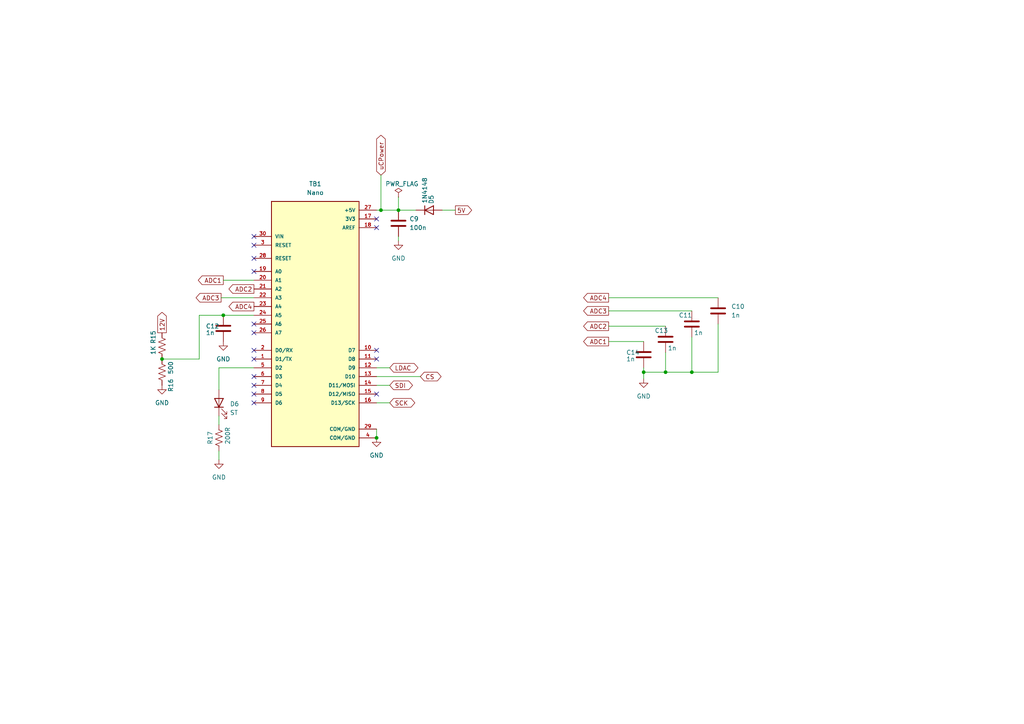
<source format=kicad_sch>
(kicad_sch (version 20211123) (generator eeschema)
  (paper "A4")
  (lib_symbols
    (symbol "Device:C" (pin_numbers hide) (pin_names (offset 0.254))
      (property "Reference" "C" (at 0.635 2.54 0))
      (property "Value" "C" (at 0.635 -2.54 0))
      (symbol "C_0_1"
        (polyline (pts (xy -2.032 -0.762) (xy 2.032 -0.762)) (stroke (width 0.508)))
        (polyline (pts (xy -2.032 0.762) (xy 2.032 0.762)) (stroke (width 0.508)))
      )
      (symbol "C_1_1"
        (pin passive line (at 0 3.81 270) (length 2.794) (name "~") (number "1"))
        (pin passive line (at 0 -3.81 90) (length 2.794) (name "~") (number "2"))
      )
    )
    (symbol "Device:LED" (pin_numbers hide) (pin_names (offset 1.016) hide)
      (property "Reference" "D" (at 0 2.54 0))
      (property "Value" "LED" (at 0 -2.54 0))
      (symbol "LED_0_1"
        (polyline (pts (xy -1.27 -1.27) (xy -1.27 1.27)) (stroke (width 0.254)))
        (polyline (pts (xy -1.27 0) (xy 1.27 0)))
        (polyline (pts (xy 1.27 -1.27) (xy 1.27 1.27) (xy -1.27 0) (xy 1.27 -1.27)) (stroke (width 0.254)))
        (polyline (pts (xy -3.048 -0.762) (xy -4.572 -2.286) (xy -3.81 -2.286) (xy -4.572 -2.286) (xy -4.572 -1.524)))
        (polyline (pts (xy -1.778 -0.762) (xy -3.302 -2.286) (xy -2.54 -2.286) (xy -3.302 -2.286) (xy -3.302 -1.524)))
      )
      (symbol "LED_1_1"
        (pin passive line (at -3.81 0 0) (length 2.54) (name "K") (number "1"))
        (pin passive line (at 3.81 0 180) (length 2.54) (name "A") (number "2"))
      )
    )
    (symbol "Device:R_US" (pin_numbers hide) (pin_names (offset 0))
      (property "Reference" "R" (at 2.54 0 90))
      (property "Value" "R_US" (at -2.54 0 90))
      (symbol "R_US_0_1"
        (polyline (pts (xy 0 -2.286) (xy 0 -2.54)))
        (polyline (pts (xy 0 2.286) (xy 0 2.54)))
        (polyline (pts (xy 0 -0.762) (xy 1.016 -1.143) (xy 0 -1.524) (xy -1.016 -1.905) (xy 0 -2.286)))
        (polyline (pts (xy 0 0.762) (xy 1.016 0.381) (xy 0 0) (xy -1.016 -0.381) (xy 0 -0.762)))
        (polyline (pts (xy 0 2.286) (xy 1.016 1.905) (xy 0 1.524) (xy -1.016 1.143) (xy 0 0.762)))
      )
      (symbol "R_US_1_1"
        (pin passive line (at 0 3.81 270) (length 1.27) (name "~") (number "1"))
        (pin passive line (at 0 -3.81 90) (length 1.27) (name "~") (number "2"))
      )
    )
    (symbol "Diode:LL4148" (pin_numbers hide) (pin_names (offset 1.016) hide)
      (property "Reference" "D" (at 0 2.54 0))
      (property "Value" "LL4148" (at 0 -2.54 0))
      (symbol "LL4148_0_1"
        (polyline (pts (xy -1.27 1.27) (xy -1.27 -1.27)) (stroke (width 0.254)))
        (polyline (pts (xy 1.27 0) (xy -1.27 0)))
        (polyline (pts (xy 1.27 1.27) (xy 1.27 -1.27) (xy -1.27 0) (xy 1.27 1.27)) (stroke (width 0.254)))
      )
      (symbol "LL4148_1_1"
        (pin passive line (at -3.81 0 0) (length 2.54) (name "K") (number "1"))
        (pin passive line (at 3.81 0 180) (length 2.54) (name "A") (number "2"))
      )
    )
    (symbol "Microcontrollers:ARDUINO_NANO" (pin_names (offset 1.016))
      (property "Reference" "TB" (at -12.7 35.56 0))
      (property "Value" "ARDUINO_NANO" (at -12.7 -38.1 0))
      (symbol "ARDUINO_NANO_0_0"
        (rectangle (start -12.7 -35.56) (end 12.7 35.56) (stroke (width 0.254)) (fill (type background)))
        (pin bidirectional line (at -17.78 -10.16 0) (length 5.08) (name "D1/TX") (number "1"))
        (pin bidirectional line (at 17.78 -7.62 180) (length 5.08) (name "D7") (number "10"))
        (pin bidirectional line (at 17.78 -10.16 180) (length 5.08) (name "D8") (number "11"))
        (pin bidirectional line (at 17.78 -12.7 180) (length 5.08) (name "D9") (number "12"))
        (pin bidirectional line (at 17.78 -15.24 180) (length 5.08) (name "D10") (number "13"))
        (pin bidirectional line (at 17.78 -17.78 180) (length 5.08) (name "D11/MOSI") (number "14"))
        (pin bidirectional line (at 17.78 -20.32 180) (length 5.08) (name "D12/MISO") (number "15"))
        (pin bidirectional line (at 17.78 -22.86 180) (length 5.08) (name "D13/SCK") (number "16"))
        (pin power_in line (at 17.78 30.48 180) (length 5.08) (name "3V3") (number "17"))
        (pin power_in line (at 17.78 27.94 180) (length 5.08) (name "AREF") (number "18"))
        (pin input line (at -17.78 15.24 0) (length 5.08) (name "A0") (number "19"))
        (pin bidirectional line (at -17.78 -7.62 0) (length 5.08) (name "D0/RX") (number "2"))
        (pin input line (at -17.78 12.7 0) (length 5.08) (name "A1") (number "20"))
        (pin input line (at -17.78 10.16 0) (length 5.08) (name "A2") (number "21"))
        (pin input line (at -17.78 7.62 0) (length 5.08) (name "A3") (number "22"))
        (pin input line (at -17.78 5.08 0) (length 5.08) (name "A4") (number "23"))
        (pin input line (at -17.78 2.54 0) (length 5.08) (name "A5") (number "24"))
        (pin input line (at -17.78 0 0) (length 5.08) (name "A6") (number "25"))
        (pin input line (at -17.78 -2.54 0) (length 5.08) (name "A7") (number "26"))
        (pin power_in line (at 17.78 33.02 180) (length 5.08) (name "+5V") (number "27"))
        (pin input line (at -17.78 19.05 0) (length 5.08) (name "RESET") (number "28"))
        (pin power_in line (at 17.78 -30.48 180) (length 5.08) (name "COM/GND") (number "29"))
        (pin input line (at -17.78 22.86 0) (length 5.08) (name "RESET") (number "3"))
        (pin input line (at -17.78 25.4 0) (length 5.08) (name "VIN") (number "30"))
        (pin power_in line (at 17.78 -33.02 180) (length 5.08) (name "COM/GND") (number "4"))
        (pin bidirectional line (at -17.78 -12.7 0) (length 5.08) (name "D2") (number "5"))
        (pin bidirectional line (at -17.78 -15.24 0) (length 5.08) (name "D3") (number "6"))
        (pin bidirectional line (at -17.78 -17.78 0) (length 5.08) (name "D4") (number "7"))
        (pin bidirectional line (at -17.78 -20.32 0) (length 5.08) (name "D5") (number "8"))
        (pin bidirectional line (at -17.78 -22.86 0) (length 5.08) (name "D6") (number "9"))
      )
    )
    (symbol "power:GND" (power) (pin_names (offset 0))
      (property "Value" "GND" (at 0 -3.81 0))
      (symbol "GND_0_1"
        (polyline (pts (xy 0 0) (xy 0 -1.27) (xy 1.27 -1.27) (xy 0 -2.54) (xy -1.27 -1.27) (xy 0 -1.27)))
      )
      (symbol "GND_1_1"
        (pin power_in line (at 0 0 270) (length 0) hide (name "GND") (number "1"))
      )
    )
    (symbol "power:PWR_FLAG" (power) (pin_numbers hide) (pin_names (offset 0) hide)
      (property "Value" "PWR_FLAG" (at 0 3.81 0))
      (symbol "PWR_FLAG_0_0"
        (pin power_out line (at 0 0 90) (length 0) (name "pwr") (number "1"))
      )
      (symbol "PWR_FLAG_0_1"
        (polyline (pts (xy 0 0) (xy 0 1.27) (xy -1.016 1.905) (xy 0 2.54) (xy 1.016 1.905) (xy 0 1.27)))
      )
    )
  )
  (junction (at 200.66 107.95))
  (junction (at 186.69 107.95))
  (junction (at 110.49 60.96))
  (junction (at 115.57 60.96))
  (junction (at 64.77 91.44))
  (junction (at 193.04 107.95))
  (junction (at 109.22 127))
  (junction (at 46.99 104.14))
  (no_connect (at 73.66 93.98))
  (no_connect (at 73.66 96.52))
  (no_connect (at 73.66 114.3))
  (no_connect (at 109.22 101.6))
  (no_connect (at 109.22 63.5))
  (no_connect (at 73.66 109.22))
  (no_connect (at 73.66 116.84))
  (no_connect (at 73.66 71.12))
  (no_connect (at 73.66 111.76))
  (no_connect (at 73.66 104.14))
  (no_connect (at 73.66 74.93))
  (no_connect (at 109.22 114.3))
  (no_connect (at 73.66 68.58))
  (no_connect (at 109.22 66.04))
  (no_connect (at 73.66 101.6))
  (no_connect (at 73.66 78.74))
  (no_connect (at 109.22 104.14))
  (wire (pts (xy 109.22 124.46) (xy 109.22 127)))
  (wire (pts (xy 63.5 130.81) (xy 63.5 133.35)))
  (wire (pts (xy 186.69 107.95) (xy 186.69 109.855)))
  (wire (pts (xy 73.66 91.44) (xy 64.77 91.44)))
  (wire (pts (xy 64.77 81.28) (xy 73.66 81.28)))
  (wire (pts (xy 57.785 91.44) (xy 57.785 104.14)))
  (wire (pts (xy 115.57 60.96) (xy 120.65 60.96)))
  (wire (pts (xy 176.53 99.06) (xy 186.69 99.06)))
  (wire (pts (xy 63.5 120.65) (xy 63.5 123.19)))
  (wire (pts (xy 176.53 94.615) (xy 193.04 94.615)))
  (wire (pts (xy 110.49 60.96) (xy 115.57 60.96)))
  (wire (pts (xy 186.69 107.95) (xy 193.04 107.95)))
  (wire (pts (xy 46.99 104.14) (xy 57.785 104.14)))
  (wire (pts (xy 186.69 106.68) (xy 186.69 107.95)))
  (wire (pts (xy 200.66 107.95) (xy 208.28 107.95)))
  (wire (pts (xy 193.04 102.235) (xy 193.04 107.95)))
  (wire (pts (xy 64.135 86.36) (xy 73.66 86.36)))
  (wire (pts (xy 121.92 109.22) (xy 109.22 109.22)))
  (wire (pts (xy 176.53 86.36) (xy 208.28 86.36)))
  (wire (pts (xy 115.57 68.58) (xy 115.57 69.85)))
  (wire (pts (xy 115.57 57.15) (xy 115.57 60.96)))
  (wire (pts (xy 113.03 116.84) (xy 109.22 116.84)))
  (wire (pts (xy 208.28 93.98) (xy 208.28 107.95)))
  (wire (pts (xy 110.49 50.8) (xy 110.49 60.96)))
  (wire (pts (xy 73.66 106.68) (xy 63.5 106.68)))
  (wire (pts (xy 128.27 60.96) (xy 132.08 60.96)))
  (wire (pts (xy 176.53 90.17) (xy 200.66 90.17)))
  (wire (pts (xy 193.04 107.95) (xy 200.66 107.95)))
  (wire (pts (xy 63.5 106.68) (xy 63.5 113.03)))
  (wire (pts (xy 64.77 91.44) (xy 57.785 91.44)))
  (wire (pts (xy 113.03 106.68) (xy 109.22 106.68)))
  (wire (pts (xy 113.03 111.76) (xy 109.22 111.76)))
  (wire (pts (xy 200.66 97.79) (xy 200.66 107.95)))
  (wire (pts (xy 109.22 60.96) (xy 110.49 60.96)))
  (global_label "ADC3" (shape output) (at 64.135 86.36 180) (property "Intersheet References" "${INTERSHEET_REFS}" (effects hide)))
  (global_label "ADC1" (shape output) (at 64.77 81.28 180) (property "Intersheet References" "${INTERSHEET_REFS}" (effects hide)))
  (global_label "uCPower" (shape bidirectional) (at 110.49 50.8 90) (property "Intersheet References" "${INTERSHEET_REFS}" (effects hide)))
  (global_label "ADC4" (shape output) (at 176.53 86.36 180) (property "Intersheet References" "${INTERSHEET_REFS}" (effects hide)))
  (global_label "12V" (shape output) (at 46.99 96.52 90) (property "Intersheet References" "${INTERSHEET_REFS}" (effects hide)))
  (global_label "CS" (shape bidirectional) (at 121.92 109.22 0) (property "Intersheet References" "${INTERSHEET_REFS}" (effects hide)))
  (global_label "SDI" (shape bidirectional) (at 113.03 111.76 0) (property "Intersheet References" "${INTERSHEET_REFS}" (effects hide)))
  (global_label "ADC3" (shape output) (at 176.53 90.17 180) (property "Intersheet References" "${INTERSHEET_REFS}" (effects hide)))
  (global_label "ADC2" (shape output) (at 176.53 94.615 180) (property "Intersheet References" "${INTERSHEET_REFS}" (effects hide)))
  (global_label "5V" (shape output) (at 132.08 60.96 0) (property "Intersheet References" "${INTERSHEET_REFS}" (effects hide)))
  (global_label "SCK" (shape bidirectional) (at 113.03 116.84 0) (property "Intersheet References" "${INTERSHEET_REFS}" (effects hide)))
  (global_label "ADC1" (shape output) (at 176.53 99.06 180) (property "Intersheet References" "${INTERSHEET_REFS}" (effects hide)))
  (global_label "ADC2" (shape output) (at 73.66 83.82 180) (property "Intersheet References" "${INTERSHEET_REFS}" (effects hide)))
  (global_label "LDAC" (shape bidirectional) (at 113.03 106.68 0) (property "Intersheet References" "${INTERSHEET_REFS}" (effects hide)))
  (global_label "ADC4" (shape output) (at 73.66 88.9 180) (property "Intersheet References" "${INTERSHEET_REFS}" (effects hide)))
  (symbol (lib_id "power:GND") (at 115.57 69.85 0) (unit 1)
    (property "Reference" "#PWR024" (effects hide))
    (property "Value" "GND" (at 115.57 74.93 0))
  )
  (symbol (lib_id "power:GND") (at 63.5 133.35 0) (unit 1)
    (property "Reference" "#PWR029" (effects hide))
    (property "Value" "GND" (at 63.5 138.43 0))
  )
  (symbol (lib_id "Microcontrollers:ARDUINO_NANO") (at 91.44 93.98 0) (unit 1)
    (property "Reference" "TB1" (at 91.44 53.34 0))
    (property "Value" "Nano" (at 91.44 55.88 0))
    (property "Footprint" "Microcontrollers:SHIELD_ARDUINO_NANO" (effects hide))
    (property "STANDARD" "Manufacturer Recommendations" (effects hide))
    (property "MANUFACTURER" "ARDUINO" (effects hide))
  )
  (symbol (lib_id "power:GND") (at 46.99 111.76 0) (unit 1)
    (property "Reference" "#PWR027" (effects hide))
    (property "Value" "GND" (at 46.99 116.84 0))
  )
  (symbol (lib_id "Device:LED") (at 63.5 116.84 90) (unit 1)
    (property "Reference" "D6" (at 66.675 117.1574 90) (effects (justify right)))
    (property "Value" "ST" (at 66.675 119.6974 90) (effects (justify right)))
    (property "Footprint" "LED_THT:LED_D3.0mm" (effects hide))
  )
  (symbol (lib_id "Diode:LL4148") (at 124.46 60.96 0) (unit 1)
    (property "Reference" "D5" (at 125.095 56.515 90) (effects (justify right)))
    (property "Value" "1N4148" (at 123.19 51.435 90) (effects (justify right)))
    (property "Footprint" "Diode_SMD:D_MiniMELF" (effects hide))
    (property "Datasheet" "http://www.vishay.com/docs/85557/ll4148.pdf" (effects hide))
  )
  (symbol (lib_id "power:PWR_FLAG") (at 115.57 57.15 0) (unit 1)
    (property "Reference" "#FLG05" (effects hide))
    (property "Value" "PWR_FLAG" (at 111.76 53.34 0) (effects (justify left)))
  )
  (symbol (lib_id "Device:C") (at 193.04 98.425 0) (unit 1)
    (property "Reference" "C13" (at 189.865 95.885 0) (effects (justify left)))
    (property "Value" "1n" (at 193.675 100.965 0) (effects (justify left)))
    (property "Footprint" "Capacitor_SMD:C_1206_3216Metric" (effects hide))
  )
  (symbol (lib_id "power:GND") (at 109.22 127 0) (unit 1)
    (property "Reference" "#PWR028" (effects hide))
    (property "Value" "GND" (at 109.22 132.08 0))
  )
  (symbol (lib_id "Device:R_US") (at 63.5 127 180) (unit 1)
    (property "Reference" "R17" (at 60.96 127 90))
    (property "Value" "200R" (at 66.04 126.365 90))
    (property "Footprint" "Resistor_SMD:R_1206_3216Metric" (effects hide))
  )
  (symbol (lib_id "Device:C") (at 208.28 90.17 0) (unit 1)
    (property "Reference" "C10" (at 212.09 88.8999 0) (effects (justify left)))
    (property "Value" "1n" (at 212.09 91.4399 0) (effects (justify left)))
    (property "Footprint" "Capacitor_SMD:C_1206_3216Metric" (effects hide))
  )
  (symbol (lib_id "Device:C") (at 200.66 93.98 0) (unit 1)
    (property "Reference" "C11" (at 196.85 91.44 0) (effects (justify left)))
    (property "Value" "1n" (at 201.295 96.52 0) (effects (justify left)))
    (property "Footprint" "Capacitor_SMD:C_1206_3216Metric" (effects hide))
  )
  (symbol (lib_id "Device:C") (at 115.57 64.77 0) (unit 1)
    (property "Reference" "C9" (at 118.745 63.4999 0) (effects (justify left)))
    (property "Value" "100n" (at 118.745 66.0399 0) (effects (justify left)))
    (property "Footprint" "Capacitor_SMD:C_1206_3216Metric" (effects hide))
  )
  (symbol (lib_id "Device:R_US") (at 46.99 107.95 0) (unit 1)
    (property "Reference" "R16" (at 49.53 111.76 90))
    (property "Value" "500" (at 49.53 106.68 90))
    (property "Footprint" "Resistor_SMD:R_1206_3216Metric" (effects hide))
  )
  (symbol (lib_id "power:GND") (at 186.69 109.855 0) (unit 1)
    (property "Reference" "#PWR026" (effects hide))
    (property "Value" "GND" (at 186.69 114.935 0))
  )
  (symbol (lib_id "power:GND") (at 64.77 99.06 0) (unit 1)
    (property "Reference" "#PWR025" (effects hide))
    (property "Value" "GND" (at 64.77 104.14 0))
  )
  (symbol (lib_id "Device:C") (at 64.77 95.25 0) (unit 1)
    (property "Reference" "C12" (at 59.69 94.615 0) (effects (justify left)))
    (property "Value" "1n" (at 59.69 96.52 0) (effects (justify left)))
    (property "Footprint" "Capacitor_SMD:C_1206_3216Metric" (effects hide))
  )
  (symbol (lib_id "Device:R_US") (at 46.99 100.33 180) (unit 1)
    (property "Reference" "R15" (at 44.45 97.79 90))
    (property "Value" "1K" (at 44.45 101.6 90))
    (property "Footprint" "Resistor_SMD:R_1206_3216Metric" (effects hide))
  )
  (symbol (lib_id "Device:C") (at 186.69 102.87 0) (unit 1)
    (property "Reference" "C14" (at 181.61 102.235 0) (effects (justify left)))
    (property "Value" "1n" (at 181.61 104.14 0) (effects (justify left)))
    (property "Footprint" "Capacitor_SMD:C_1206_3216Metric" (effects hide))
  )
)
</source>
